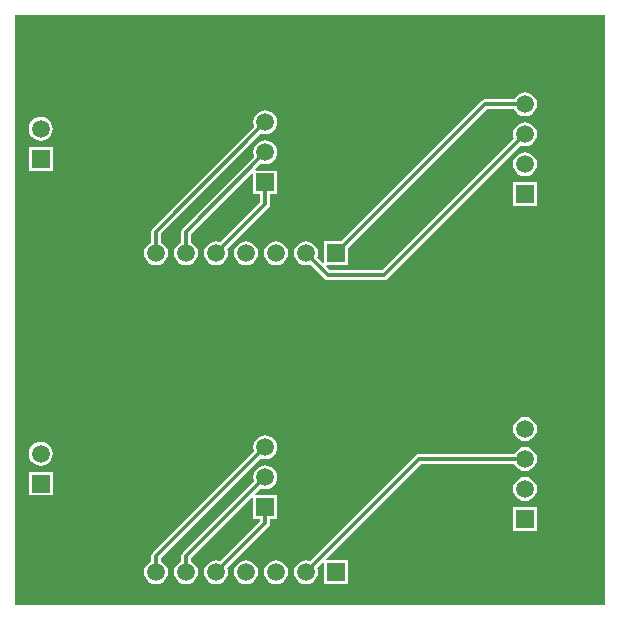
<source format=gbr>
G04 Layer_Physical_Order=1*
G04 Layer_Color=255*
%FSLAX43Y43*%
%MOMM*%
%TF.FileFunction,Copper,L1,Top,Signal*%
%TF.Part,Single*%
G01*
G75*
%ADD10C,0.305*%
%TA.AperFunction,ViaPad*%
%ADD11R,1.500X1.500*%
%TA.AperFunction,ViaPad*%
%ADD12C,1.500*%
%TA.AperFunction,ViaPad*%
%ADD13R,1.500X1.500*%
G36*
X100800Y76200D02*
X50800D01*
Y126200D01*
X100800D01*
Y76200D01*
D02*
G37*
%LPC*%
G36*
X94000Y89593D02*
X93738Y89558D01*
X93494Y89457D01*
X93284Y89296D01*
X93123Y89086D01*
X93085Y88994D01*
X85040D01*
X84881Y88963D01*
X84747Y88873D01*
X75814Y79940D01*
X75722Y79978D01*
X75460Y80013D01*
X75198Y79978D01*
X74954Y79877D01*
X74744Y79716D01*
X74583Y79506D01*
X74482Y79262D01*
X74447Y79000D01*
X74482Y78738D01*
X74583Y78494D01*
X74744Y78284D01*
X74954Y78123D01*
X75198Y78022D01*
X75460Y77987D01*
X75722Y78022D01*
X75966Y78123D01*
X76176Y78284D01*
X76337Y78494D01*
X76438Y78738D01*
X76473Y79000D01*
X76438Y79262D01*
X76400Y79354D01*
X76879Y79833D01*
X76996Y79784D01*
Y77996D01*
X79004D01*
Y80004D01*
X77216D01*
X77167Y80121D01*
X85212Y88166D01*
X93085D01*
X93123Y88074D01*
X93284Y87864D01*
X93494Y87703D01*
X93738Y87602D01*
X94000Y87567D01*
X94262Y87602D01*
X94506Y87703D01*
X94716Y87864D01*
X94877Y88074D01*
X94978Y88318D01*
X95013Y88580D01*
X94978Y88842D01*
X94877Y89086D01*
X94716Y89296D01*
X94506Y89457D01*
X94262Y89558D01*
X94000Y89593D01*
D02*
G37*
G36*
X72000Y88053D02*
X71738Y88018D01*
X71494Y87917D01*
X71284Y87756D01*
X71123Y87546D01*
X71022Y87302D01*
X70987Y87040D01*
X71022Y86778D01*
X71060Y86686D01*
X65007Y80633D01*
X64917Y80499D01*
X64886Y80340D01*
Y79915D01*
X64794Y79877D01*
X64584Y79716D01*
X64423Y79506D01*
X64322Y79262D01*
X64287Y79000D01*
X64322Y78738D01*
X64423Y78494D01*
X64584Y78284D01*
X64794Y78123D01*
X65038Y78022D01*
X65300Y77987D01*
X65562Y78022D01*
X65806Y78123D01*
X66016Y78284D01*
X66177Y78494D01*
X66278Y78738D01*
X66313Y79000D01*
X66278Y79262D01*
X66177Y79506D01*
X66016Y79716D01*
X65806Y79877D01*
X65714Y79915D01*
Y80168D01*
X70879Y85333D01*
X70996Y85284D01*
Y83496D01*
X71586D01*
Y83332D01*
X68194Y79940D01*
X68102Y79978D01*
X67840Y80013D01*
X67578Y79978D01*
X67334Y79877D01*
X67124Y79716D01*
X66963Y79506D01*
X66862Y79262D01*
X66827Y79000D01*
X66862Y78738D01*
X66963Y78494D01*
X67124Y78284D01*
X67334Y78123D01*
X67578Y78022D01*
X67840Y77987D01*
X68102Y78022D01*
X68346Y78123D01*
X68556Y78284D01*
X68717Y78494D01*
X68818Y78738D01*
X68853Y79000D01*
X68818Y79262D01*
X68780Y79354D01*
X72293Y82867D01*
X72383Y83001D01*
X72414Y83160D01*
Y83496D01*
X73004D01*
Y85504D01*
X71216D01*
X71167Y85621D01*
X71646Y86100D01*
X71738Y86062D01*
X72000Y86027D01*
X72262Y86062D01*
X72506Y86163D01*
X72716Y86324D01*
X72877Y86534D01*
X72978Y86778D01*
X73013Y87040D01*
X72978Y87302D01*
X72877Y87546D01*
X72716Y87756D01*
X72506Y87917D01*
X72262Y88018D01*
X72000Y88053D01*
D02*
G37*
G36*
Y90593D02*
X71738Y90558D01*
X71494Y90457D01*
X71284Y90296D01*
X71123Y90086D01*
X71022Y89842D01*
X70987Y89580D01*
X71022Y89318D01*
X71060Y89226D01*
X62467Y80633D01*
X62377Y80499D01*
X62346Y80340D01*
Y79915D01*
X62254Y79877D01*
X62044Y79716D01*
X61883Y79506D01*
X61782Y79262D01*
X61747Y79000D01*
X61782Y78738D01*
X61883Y78494D01*
X62044Y78284D01*
X62254Y78123D01*
X62498Y78022D01*
X62760Y77987D01*
X63022Y78022D01*
X63266Y78123D01*
X63476Y78284D01*
X63637Y78494D01*
X63738Y78738D01*
X63773Y79000D01*
X63738Y79262D01*
X63637Y79506D01*
X63476Y79716D01*
X63266Y79877D01*
X63174Y79915D01*
Y80168D01*
X71646Y88640D01*
X71738Y88602D01*
X72000Y88567D01*
X72262Y88602D01*
X72506Y88703D01*
X72716Y88864D01*
X72877Y89074D01*
X72978Y89318D01*
X73013Y89580D01*
X72978Y89842D01*
X72877Y90086D01*
X72716Y90296D01*
X72506Y90457D01*
X72262Y90558D01*
X72000Y90593D01*
D02*
G37*
G36*
X53000Y90053D02*
X52738Y90018D01*
X52494Y89917D01*
X52284Y89756D01*
X52123Y89546D01*
X52022Y89302D01*
X51987Y89040D01*
X52022Y88778D01*
X52123Y88534D01*
X52284Y88324D01*
X52494Y88163D01*
X52738Y88062D01*
X53000Y88027D01*
X53262Y88062D01*
X53506Y88163D01*
X53716Y88324D01*
X53877Y88534D01*
X53978Y88778D01*
X54013Y89040D01*
X53978Y89302D01*
X53877Y89546D01*
X53716Y89756D01*
X53506Y89917D01*
X53262Y90018D01*
X53000Y90053D01*
D02*
G37*
G36*
X54004Y87504D02*
X51996D01*
Y85496D01*
X54004D01*
Y87504D01*
D02*
G37*
G36*
X72920Y80013D02*
X72658Y79978D01*
X72414Y79877D01*
X72204Y79716D01*
X72043Y79506D01*
X71942Y79262D01*
X71907Y79000D01*
X71942Y78738D01*
X72043Y78494D01*
X72204Y78284D01*
X72414Y78123D01*
X72658Y78022D01*
X72920Y77987D01*
X73182Y78022D01*
X73426Y78123D01*
X73636Y78284D01*
X73797Y78494D01*
X73898Y78738D01*
X73933Y79000D01*
X73898Y79262D01*
X73797Y79506D01*
X73636Y79716D01*
X73426Y79877D01*
X73182Y79978D01*
X72920Y80013D01*
D02*
G37*
G36*
X70380D02*
X70118Y79978D01*
X69874Y79877D01*
X69664Y79716D01*
X69503Y79506D01*
X69402Y79262D01*
X69367Y79000D01*
X69402Y78738D01*
X69503Y78494D01*
X69664Y78284D01*
X69874Y78123D01*
X70118Y78022D01*
X70380Y77987D01*
X70642Y78022D01*
X70886Y78123D01*
X71096Y78284D01*
X71257Y78494D01*
X71358Y78738D01*
X71393Y79000D01*
X71358Y79262D01*
X71257Y79506D01*
X71096Y79716D01*
X70886Y79877D01*
X70642Y79978D01*
X70380Y80013D01*
D02*
G37*
G36*
X94000Y87053D02*
X93738Y87018D01*
X93494Y86917D01*
X93284Y86756D01*
X93123Y86546D01*
X93022Y86302D01*
X92987Y86040D01*
X93022Y85778D01*
X93123Y85534D01*
X93284Y85324D01*
X93494Y85163D01*
X93738Y85062D01*
X94000Y85027D01*
X94262Y85062D01*
X94506Y85163D01*
X94716Y85324D01*
X94877Y85534D01*
X94978Y85778D01*
X95013Y86040D01*
X94978Y86302D01*
X94877Y86546D01*
X94716Y86756D01*
X94506Y86917D01*
X94262Y87018D01*
X94000Y87053D01*
D02*
G37*
G36*
X95004Y84504D02*
X92996D01*
Y82496D01*
X95004D01*
Y84504D01*
D02*
G37*
G36*
X72000Y115553D02*
X71738Y115518D01*
X71494Y115417D01*
X71284Y115256D01*
X71123Y115046D01*
X71022Y114802D01*
X70987Y114540D01*
X71022Y114278D01*
X71060Y114186D01*
X65007Y108133D01*
X64917Y107999D01*
X64886Y107840D01*
Y106915D01*
X64794Y106877D01*
X64584Y106716D01*
X64423Y106506D01*
X64322Y106262D01*
X64287Y106000D01*
X64322Y105738D01*
X64423Y105494D01*
X64584Y105284D01*
X64794Y105123D01*
X65038Y105022D01*
X65300Y104987D01*
X65562Y105022D01*
X65806Y105123D01*
X66016Y105284D01*
X66177Y105494D01*
X66278Y105738D01*
X66313Y106000D01*
X66278Y106262D01*
X66177Y106506D01*
X66016Y106716D01*
X65806Y106877D01*
X65714Y106915D01*
Y107668D01*
X70879Y112833D01*
X70996Y112784D01*
Y110996D01*
X71586D01*
Y110332D01*
X68194Y106940D01*
X68102Y106978D01*
X67840Y107013D01*
X67578Y106978D01*
X67334Y106877D01*
X67124Y106716D01*
X66963Y106506D01*
X66862Y106262D01*
X66827Y106000D01*
X66862Y105738D01*
X66963Y105494D01*
X67124Y105284D01*
X67334Y105123D01*
X67578Y105022D01*
X67840Y104987D01*
X68102Y105022D01*
X68346Y105123D01*
X68556Y105284D01*
X68717Y105494D01*
X68818Y105738D01*
X68853Y106000D01*
X68818Y106262D01*
X68780Y106354D01*
X72293Y109867D01*
X72383Y110001D01*
X72414Y110160D01*
Y110996D01*
X73004D01*
Y113004D01*
X71216D01*
X71167Y113121D01*
X71646Y113600D01*
X71738Y113562D01*
X72000Y113527D01*
X72262Y113562D01*
X72506Y113663D01*
X72716Y113824D01*
X72877Y114034D01*
X72978Y114278D01*
X73013Y114540D01*
X72978Y114802D01*
X72877Y115046D01*
X72716Y115256D01*
X72506Y115417D01*
X72262Y115518D01*
X72000Y115553D01*
D02*
G37*
G36*
X54004Y115004D02*
X51996D01*
Y112996D01*
X54004D01*
Y115004D01*
D02*
G37*
G36*
X53000Y117553D02*
X52738Y117518D01*
X52494Y117417D01*
X52284Y117256D01*
X52123Y117046D01*
X52022Y116802D01*
X51987Y116540D01*
X52022Y116278D01*
X52123Y116034D01*
X52284Y115824D01*
X52494Y115663D01*
X52738Y115562D01*
X53000Y115527D01*
X53262Y115562D01*
X53506Y115663D01*
X53716Y115824D01*
X53877Y116034D01*
X53978Y116278D01*
X54013Y116540D01*
X53978Y116802D01*
X53877Y117046D01*
X53716Y117256D01*
X53506Y117417D01*
X53262Y117518D01*
X53000Y117553D01*
D02*
G37*
G36*
X94000Y119633D02*
X93738Y119598D01*
X93494Y119497D01*
X93284Y119336D01*
X93123Y119126D01*
X93085Y119034D01*
X90620D01*
X90461Y119003D01*
X90327Y118913D01*
X78418Y107004D01*
X76996D01*
Y105216D01*
X76879Y105167D01*
X76400Y105646D01*
X76438Y105738D01*
X76473Y106000D01*
X76438Y106262D01*
X76337Y106506D01*
X76176Y106716D01*
X75966Y106877D01*
X75722Y106978D01*
X75460Y107013D01*
X75198Y106978D01*
X74954Y106877D01*
X74744Y106716D01*
X74583Y106506D01*
X74482Y106262D01*
X74447Y106000D01*
X74482Y105738D01*
X74583Y105494D01*
X74744Y105284D01*
X74954Y105123D01*
X75198Y105022D01*
X75460Y104987D01*
X75722Y105022D01*
X75814Y105060D01*
X77027Y103847D01*
X77161Y103757D01*
X77320Y103726D01*
X82060D01*
X82219Y103757D01*
X82353Y103847D01*
X93646Y115140D01*
X93738Y115102D01*
X94000Y115067D01*
X94262Y115102D01*
X94506Y115203D01*
X94716Y115364D01*
X94877Y115574D01*
X94978Y115818D01*
X95013Y116080D01*
X94978Y116342D01*
X94877Y116586D01*
X94716Y116796D01*
X94506Y116957D01*
X94262Y117058D01*
X94000Y117093D01*
X93738Y117058D01*
X93494Y116957D01*
X93284Y116796D01*
X93123Y116586D01*
X93022Y116342D01*
X92987Y116080D01*
X93022Y115818D01*
X93060Y115726D01*
X81888Y104554D01*
X77492D01*
X77167Y104879D01*
X77216Y104996D01*
X79004D01*
Y106418D01*
X90792Y118206D01*
X93085D01*
X93123Y118114D01*
X93284Y117904D01*
X93494Y117743D01*
X93738Y117642D01*
X94000Y117607D01*
X94262Y117642D01*
X94506Y117743D01*
X94716Y117904D01*
X94877Y118114D01*
X94978Y118358D01*
X95013Y118620D01*
X94978Y118882D01*
X94877Y119126D01*
X94716Y119336D01*
X94506Y119497D01*
X94262Y119598D01*
X94000Y119633D01*
D02*
G37*
G36*
X72000Y118093D02*
X71738Y118058D01*
X71494Y117957D01*
X71284Y117796D01*
X71123Y117586D01*
X71022Y117342D01*
X70987Y117080D01*
X71022Y116818D01*
X71060Y116726D01*
X62467Y108133D01*
X62377Y107999D01*
X62346Y107840D01*
Y106915D01*
X62254Y106877D01*
X62044Y106716D01*
X61883Y106506D01*
X61782Y106262D01*
X61747Y106000D01*
X61782Y105738D01*
X61883Y105494D01*
X62044Y105284D01*
X62254Y105123D01*
X62498Y105022D01*
X62760Y104987D01*
X63022Y105022D01*
X63266Y105123D01*
X63476Y105284D01*
X63637Y105494D01*
X63738Y105738D01*
X63773Y106000D01*
X63738Y106262D01*
X63637Y106506D01*
X63476Y106716D01*
X63266Y106877D01*
X63174Y106915D01*
Y107668D01*
X71646Y116140D01*
X71738Y116102D01*
X72000Y116067D01*
X72262Y116102D01*
X72506Y116203D01*
X72716Y116364D01*
X72877Y116574D01*
X72978Y116818D01*
X73013Y117080D01*
X72978Y117342D01*
X72877Y117586D01*
X72716Y117796D01*
X72506Y117957D01*
X72262Y118058D01*
X72000Y118093D01*
D02*
G37*
G36*
X70380Y107013D02*
X70118Y106978D01*
X69874Y106877D01*
X69664Y106716D01*
X69503Y106506D01*
X69402Y106262D01*
X69367Y106000D01*
X69402Y105738D01*
X69503Y105494D01*
X69664Y105284D01*
X69874Y105123D01*
X70118Y105022D01*
X70380Y104987D01*
X70642Y105022D01*
X70886Y105123D01*
X71096Y105284D01*
X71257Y105494D01*
X71358Y105738D01*
X71393Y106000D01*
X71358Y106262D01*
X71257Y106506D01*
X71096Y106716D01*
X70886Y106877D01*
X70642Y106978D01*
X70380Y107013D01*
D02*
G37*
G36*
X94000Y92133D02*
X93738Y92098D01*
X93494Y91997D01*
X93284Y91836D01*
X93123Y91626D01*
X93022Y91382D01*
X92987Y91120D01*
X93022Y90858D01*
X93123Y90614D01*
X93284Y90404D01*
X93494Y90243D01*
X93738Y90142D01*
X94000Y90107D01*
X94262Y90142D01*
X94506Y90243D01*
X94716Y90404D01*
X94877Y90614D01*
X94978Y90858D01*
X95013Y91120D01*
X94978Y91382D01*
X94877Y91626D01*
X94716Y91836D01*
X94506Y91997D01*
X94262Y92098D01*
X94000Y92133D01*
D02*
G37*
G36*
X72920Y107013D02*
X72658Y106978D01*
X72414Y106877D01*
X72204Y106716D01*
X72043Y106506D01*
X71942Y106262D01*
X71907Y106000D01*
X71942Y105738D01*
X72043Y105494D01*
X72204Y105284D01*
X72414Y105123D01*
X72658Y105022D01*
X72920Y104987D01*
X73182Y105022D01*
X73426Y105123D01*
X73636Y105284D01*
X73797Y105494D01*
X73898Y105738D01*
X73933Y106000D01*
X73898Y106262D01*
X73797Y106506D01*
X73636Y106716D01*
X73426Y106877D01*
X73182Y106978D01*
X72920Y107013D01*
D02*
G37*
G36*
X94000Y114553D02*
X93738Y114518D01*
X93494Y114417D01*
X93284Y114256D01*
X93123Y114046D01*
X93022Y113802D01*
X92987Y113540D01*
X93022Y113278D01*
X93123Y113034D01*
X93284Y112824D01*
X93494Y112663D01*
X93738Y112562D01*
X94000Y112527D01*
X94262Y112562D01*
X94506Y112663D01*
X94716Y112824D01*
X94877Y113034D01*
X94978Y113278D01*
X95013Y113540D01*
X94978Y113802D01*
X94877Y114046D01*
X94716Y114256D01*
X94506Y114417D01*
X94262Y114518D01*
X94000Y114553D01*
D02*
G37*
G36*
X95004Y112004D02*
X92996D01*
Y109996D01*
X95004D01*
Y112004D01*
D02*
G37*
%LPD*%
D10*
X67840Y79000D02*
X72000Y83160D01*
Y84500D01*
X65300Y106000D02*
Y107840D01*
X72000Y114540D01*
Y110160D02*
Y112000D01*
X67840Y106000D02*
X72000Y110160D01*
X65300Y80340D02*
X72000Y87040D01*
X65300Y79000D02*
Y80340D01*
X82060Y104140D02*
X94000Y116080D01*
X77320Y104140D02*
X82060D01*
X75460Y106000D02*
X77320Y104140D01*
X75460Y79000D02*
X85040Y88580D01*
X94000D01*
X90620Y118620D02*
X94000D01*
X78000Y106000D02*
X90620Y118620D01*
X62760Y107840D02*
X72000Y117080D01*
X62760Y106000D02*
Y107840D01*
Y80340D02*
X72000Y89580D01*
X62760Y79000D02*
Y80340D01*
D11*
X94000Y83500D02*
D03*
Y111000D02*
D03*
X53000Y86500D02*
D03*
Y114000D02*
D03*
X72000Y84500D02*
D03*
Y112000D02*
D03*
D12*
X94000Y86040D02*
D03*
Y88580D02*
D03*
Y91120D02*
D03*
Y113540D02*
D03*
Y116080D02*
D03*
Y118620D02*
D03*
X53000Y89040D02*
D03*
Y116540D02*
D03*
X72920Y79000D02*
D03*
X75460D02*
D03*
X70380D02*
D03*
X67840D02*
D03*
X65300D02*
D03*
X62760D02*
D03*
X72920Y106000D02*
D03*
X75460D02*
D03*
X70380D02*
D03*
X67840D02*
D03*
X65300D02*
D03*
X62760D02*
D03*
X72000Y89580D02*
D03*
Y87040D02*
D03*
Y117080D02*
D03*
Y114540D02*
D03*
D13*
X78000Y79000D02*
D03*
Y106000D02*
D03*
%TF.MD5,1E8D48D78FC5E81FDBD12434FBEF05E2*%
M02*

</source>
